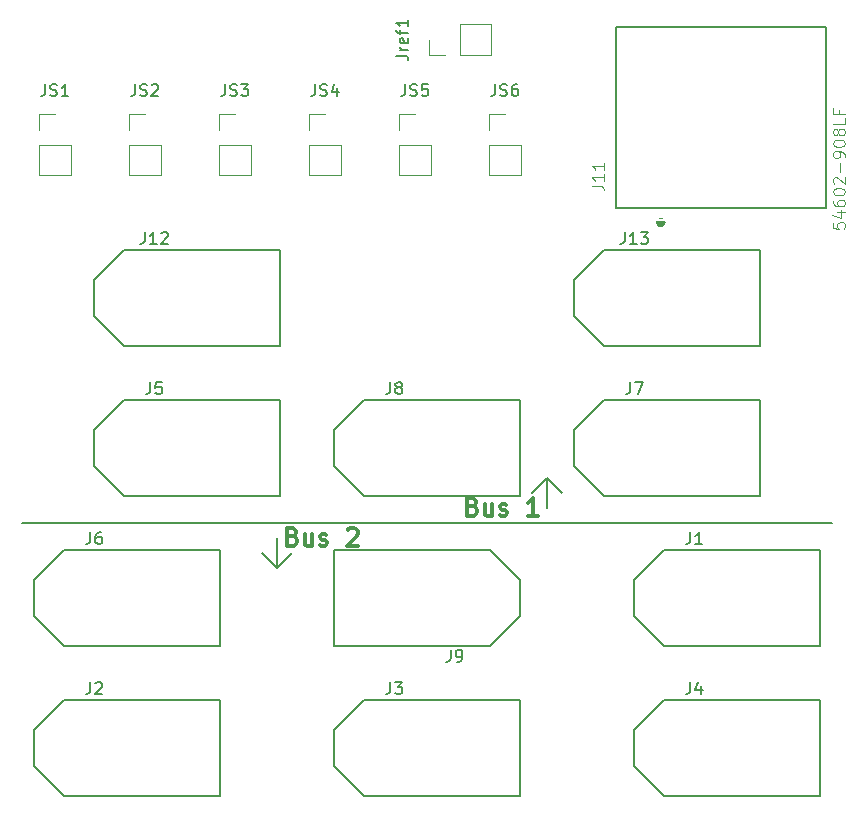
<source format=gbr>
G04 #@! TF.FileFunction,Legend,Top*
%FSLAX46Y46*%
G04 Gerber Fmt 4.6, Leading zero omitted, Abs format (unit mm)*
G04 Created by KiCad (PCBNEW 4.0.6) date 01/26/19 15:00:27*
%MOMM*%
%LPD*%
G01*
G04 APERTURE LIST*
%ADD10C,0.100000*%
%ADD11C,0.200000*%
%ADD12C,0.300000*%
%ADD13C,0.120000*%
%ADD14C,0.127000*%
%ADD15C,0.400000*%
%ADD16C,0.150000*%
%ADD17C,0.050000*%
%ADD18R,2.100000X2.100000*%
%ADD19O,2.100000X2.100000*%
%ADD20R,1.668000X1.668000*%
%ADD21C,1.668000*%
%ADD22C,3.600000*%
%ADD23C,6.115000*%
G04 APERTURE END LIST*
D10*
D11*
X130302000Y-110744000D02*
X129032000Y-109474000D01*
X130302000Y-110744000D02*
X131572000Y-109474000D01*
X130302000Y-108204000D02*
X130302000Y-110744000D01*
X153162000Y-103124000D02*
X154432000Y-104394000D01*
X153162000Y-103124000D02*
X151892000Y-104394000D01*
X153162000Y-105664000D02*
X153162000Y-103124000D01*
D12*
X146887715Y-105556857D02*
X147102001Y-105628286D01*
X147173429Y-105699714D01*
X147244858Y-105842571D01*
X147244858Y-106056857D01*
X147173429Y-106199714D01*
X147102001Y-106271143D01*
X146959143Y-106342571D01*
X146387715Y-106342571D01*
X146387715Y-104842571D01*
X146887715Y-104842571D01*
X147030572Y-104914000D01*
X147102001Y-104985429D01*
X147173429Y-105128286D01*
X147173429Y-105271143D01*
X147102001Y-105414000D01*
X147030572Y-105485429D01*
X146887715Y-105556857D01*
X146387715Y-105556857D01*
X148530572Y-105342571D02*
X148530572Y-106342571D01*
X147887715Y-105342571D02*
X147887715Y-106128286D01*
X147959143Y-106271143D01*
X148102001Y-106342571D01*
X148316286Y-106342571D01*
X148459143Y-106271143D01*
X148530572Y-106199714D01*
X149173429Y-106271143D02*
X149316286Y-106342571D01*
X149602001Y-106342571D01*
X149744858Y-106271143D01*
X149816286Y-106128286D01*
X149816286Y-106056857D01*
X149744858Y-105914000D01*
X149602001Y-105842571D01*
X149387715Y-105842571D01*
X149244858Y-105771143D01*
X149173429Y-105628286D01*
X149173429Y-105556857D01*
X149244858Y-105414000D01*
X149387715Y-105342571D01*
X149602001Y-105342571D01*
X149744858Y-105414000D01*
X152387715Y-106342571D02*
X151530572Y-106342571D01*
X151959144Y-106342571D02*
X151959144Y-104842571D01*
X151816287Y-105056857D01*
X151673429Y-105199714D01*
X151530572Y-105271143D01*
X131647715Y-108096857D02*
X131862001Y-108168286D01*
X131933429Y-108239714D01*
X132004858Y-108382571D01*
X132004858Y-108596857D01*
X131933429Y-108739714D01*
X131862001Y-108811143D01*
X131719143Y-108882571D01*
X131147715Y-108882571D01*
X131147715Y-107382571D01*
X131647715Y-107382571D01*
X131790572Y-107454000D01*
X131862001Y-107525429D01*
X131933429Y-107668286D01*
X131933429Y-107811143D01*
X131862001Y-107954000D01*
X131790572Y-108025429D01*
X131647715Y-108096857D01*
X131147715Y-108096857D01*
X133290572Y-107882571D02*
X133290572Y-108882571D01*
X132647715Y-107882571D02*
X132647715Y-108668286D01*
X132719143Y-108811143D01*
X132862001Y-108882571D01*
X133076286Y-108882571D01*
X133219143Y-108811143D01*
X133290572Y-108739714D01*
X133933429Y-108811143D02*
X134076286Y-108882571D01*
X134362001Y-108882571D01*
X134504858Y-108811143D01*
X134576286Y-108668286D01*
X134576286Y-108596857D01*
X134504858Y-108454000D01*
X134362001Y-108382571D01*
X134147715Y-108382571D01*
X134004858Y-108311143D01*
X133933429Y-108168286D01*
X133933429Y-108096857D01*
X134004858Y-107954000D01*
X134147715Y-107882571D01*
X134362001Y-107882571D01*
X134504858Y-107954000D01*
X136290572Y-107525429D02*
X136362001Y-107454000D01*
X136504858Y-107382571D01*
X136862001Y-107382571D01*
X137004858Y-107454000D01*
X137076287Y-107525429D01*
X137147715Y-107668286D01*
X137147715Y-107811143D01*
X137076287Y-108025429D01*
X136219144Y-108882571D01*
X137147715Y-108882571D01*
D11*
X177292000Y-106934000D02*
X108712000Y-106934000D01*
D13*
X148396000Y-67370000D02*
X148396000Y-64710000D01*
X145796000Y-67370000D02*
X148396000Y-67370000D01*
X145796000Y-64710000D02*
X148396000Y-64710000D01*
X145796000Y-67370000D02*
X145796000Y-64710000D01*
X144526000Y-67370000D02*
X143196000Y-67370000D01*
X143196000Y-67370000D02*
X143196000Y-66040000D01*
X110176000Y-77530000D02*
X112836000Y-77530000D01*
X110176000Y-74930000D02*
X110176000Y-77530000D01*
X112836000Y-74930000D02*
X112836000Y-77530000D01*
X110176000Y-74930000D02*
X112836000Y-74930000D01*
X110176000Y-73660000D02*
X110176000Y-72330000D01*
X110176000Y-72330000D02*
X111506000Y-72330000D01*
X117796000Y-77530000D02*
X120456000Y-77530000D01*
X117796000Y-74930000D02*
X117796000Y-77530000D01*
X120456000Y-74930000D02*
X120456000Y-77530000D01*
X117796000Y-74930000D02*
X120456000Y-74930000D01*
X117796000Y-73660000D02*
X117796000Y-72330000D01*
X117796000Y-72330000D02*
X119126000Y-72330000D01*
X125416000Y-77530000D02*
X128076000Y-77530000D01*
X125416000Y-74930000D02*
X125416000Y-77530000D01*
X128076000Y-74930000D02*
X128076000Y-77530000D01*
X125416000Y-74930000D02*
X128076000Y-74930000D01*
X125416000Y-73660000D02*
X125416000Y-72330000D01*
X125416000Y-72330000D02*
X126746000Y-72330000D01*
X133036000Y-77530000D02*
X135696000Y-77530000D01*
X133036000Y-74930000D02*
X133036000Y-77530000D01*
X135696000Y-74930000D02*
X135696000Y-77530000D01*
X133036000Y-74930000D02*
X135696000Y-74930000D01*
X133036000Y-73660000D02*
X133036000Y-72330000D01*
X133036000Y-72330000D02*
X134366000Y-72330000D01*
X140656000Y-77530000D02*
X143316000Y-77530000D01*
X140656000Y-74930000D02*
X140656000Y-77530000D01*
X143316000Y-74930000D02*
X143316000Y-77530000D01*
X140656000Y-74930000D02*
X143316000Y-74930000D01*
X140656000Y-73660000D02*
X140656000Y-72330000D01*
X140656000Y-72330000D02*
X141986000Y-72330000D01*
X148276000Y-77530000D02*
X150936000Y-77530000D01*
X148276000Y-74930000D02*
X148276000Y-77530000D01*
X150936000Y-74930000D02*
X150936000Y-77530000D01*
X148276000Y-74930000D02*
X150936000Y-74930000D01*
X148276000Y-73660000D02*
X148276000Y-72330000D01*
X148276000Y-72330000D02*
X149606000Y-72330000D01*
D14*
X176784000Y-80294000D02*
X159044000Y-80294000D01*
X159044000Y-80294000D02*
X159044000Y-64994000D01*
X159044000Y-64994000D02*
X176784000Y-64994000D01*
X176784000Y-64994000D02*
X176784000Y-80294000D01*
D15*
X163014000Y-81534000D02*
G75*
G03X163014000Y-81534000I-200000J0D01*
G01*
D16*
X148329650Y-117348000D02*
X135134350Y-117348000D01*
X150869650Y-114808000D02*
X148329650Y-117348000D01*
X150869650Y-111760000D02*
X150869650Y-114808000D01*
X148329650Y-109220000D02*
X150869650Y-111760000D01*
X135134350Y-109220000D02*
X148329650Y-109220000D01*
X135134350Y-109220000D02*
X135134350Y-117348000D01*
X176269650Y-117348000D02*
X176269650Y-109220000D01*
X163074350Y-109220000D02*
X176269650Y-109220000D01*
X160534350Y-111760000D02*
X163074350Y-109220000D01*
X160534350Y-114808000D02*
X160534350Y-111760000D01*
X163074350Y-117348000D02*
X160534350Y-114808000D01*
X176269650Y-117348000D02*
X163074350Y-117348000D01*
X125469650Y-130048000D02*
X125469650Y-121920000D01*
X112274350Y-121920000D02*
X125469650Y-121920000D01*
X109734350Y-124460000D02*
X112274350Y-121920000D01*
X109734350Y-127508000D02*
X109734350Y-124460000D01*
X112274350Y-130048000D02*
X109734350Y-127508000D01*
X125469650Y-130048000D02*
X112274350Y-130048000D01*
X150869650Y-130048000D02*
X150869650Y-121920000D01*
X137674350Y-121920000D02*
X150869650Y-121920000D01*
X135134350Y-124460000D02*
X137674350Y-121920000D01*
X135134350Y-127508000D02*
X135134350Y-124460000D01*
X137674350Y-130048000D02*
X135134350Y-127508000D01*
X150869650Y-130048000D02*
X137674350Y-130048000D01*
X176269650Y-130048000D02*
X176269650Y-121920000D01*
X163074350Y-121920000D02*
X176269650Y-121920000D01*
X160534350Y-124460000D02*
X163074350Y-121920000D01*
X160534350Y-127508000D02*
X160534350Y-124460000D01*
X163074350Y-130048000D02*
X160534350Y-127508000D01*
X176269650Y-130048000D02*
X163074350Y-130048000D01*
X130549650Y-104648000D02*
X130549650Y-96520000D01*
X117354350Y-96520000D02*
X130549650Y-96520000D01*
X114814350Y-99060000D02*
X117354350Y-96520000D01*
X114814350Y-102108000D02*
X114814350Y-99060000D01*
X117354350Y-104648000D02*
X114814350Y-102108000D01*
X130549650Y-104648000D02*
X117354350Y-104648000D01*
X125469650Y-117348000D02*
X125469650Y-109220000D01*
X112274350Y-109220000D02*
X125469650Y-109220000D01*
X109734350Y-111760000D02*
X112274350Y-109220000D01*
X109734350Y-114808000D02*
X109734350Y-111760000D01*
X112274350Y-117348000D02*
X109734350Y-114808000D01*
X125469650Y-117348000D02*
X112274350Y-117348000D01*
X171189650Y-104648000D02*
X171189650Y-96520000D01*
X157994350Y-96520000D02*
X171189650Y-96520000D01*
X155454350Y-99060000D02*
X157994350Y-96520000D01*
X155454350Y-102108000D02*
X155454350Y-99060000D01*
X157994350Y-104648000D02*
X155454350Y-102108000D01*
X171189650Y-104648000D02*
X157994350Y-104648000D01*
X150869650Y-104648000D02*
X150869650Y-96520000D01*
X137674350Y-96520000D02*
X150869650Y-96520000D01*
X135134350Y-99060000D02*
X137674350Y-96520000D01*
X135134350Y-102108000D02*
X135134350Y-99060000D01*
X137674350Y-104648000D02*
X135134350Y-102108000D01*
X150869650Y-104648000D02*
X137674350Y-104648000D01*
X130549650Y-91948000D02*
X130549650Y-83820000D01*
X117354350Y-83820000D02*
X130549650Y-83820000D01*
X114814350Y-86360000D02*
X117354350Y-83820000D01*
X114814350Y-89408000D02*
X114814350Y-86360000D01*
X117354350Y-91948000D02*
X114814350Y-89408000D01*
X130549650Y-91948000D02*
X117354350Y-91948000D01*
X171189650Y-91948000D02*
X171189650Y-83820000D01*
X157994350Y-83820000D02*
X171189650Y-83820000D01*
X155454350Y-86360000D02*
X157994350Y-83820000D01*
X155454350Y-89408000D02*
X155454350Y-86360000D01*
X157994350Y-91948000D02*
X155454350Y-89408000D01*
X171189650Y-91948000D02*
X157994350Y-91948000D01*
X140422381Y-67397143D02*
X141136667Y-67397143D01*
X141279524Y-67444763D01*
X141374762Y-67540001D01*
X141422381Y-67682858D01*
X141422381Y-67778096D01*
X141422381Y-66920953D02*
X140755714Y-66920953D01*
X140946190Y-66920953D02*
X140850952Y-66873334D01*
X140803333Y-66825715D01*
X140755714Y-66730477D01*
X140755714Y-66635238D01*
X141374762Y-65920952D02*
X141422381Y-66016190D01*
X141422381Y-66206667D01*
X141374762Y-66301905D01*
X141279524Y-66349524D01*
X140898571Y-66349524D01*
X140803333Y-66301905D01*
X140755714Y-66206667D01*
X140755714Y-66016190D01*
X140803333Y-65920952D01*
X140898571Y-65873333D01*
X140993810Y-65873333D01*
X141089048Y-66349524D01*
X140755714Y-65587619D02*
X140755714Y-65206667D01*
X141422381Y-65444762D02*
X140565238Y-65444762D01*
X140470000Y-65397143D01*
X140422381Y-65301905D01*
X140422381Y-65206667D01*
X141422381Y-64349523D02*
X141422381Y-64920952D01*
X141422381Y-64635238D02*
X140422381Y-64635238D01*
X140565238Y-64730476D01*
X140660476Y-64825714D01*
X140708095Y-64920952D01*
X110696477Y-69810381D02*
X110696477Y-70524667D01*
X110648857Y-70667524D01*
X110553619Y-70762762D01*
X110410762Y-70810381D01*
X110315524Y-70810381D01*
X111125048Y-70762762D02*
X111267905Y-70810381D01*
X111506001Y-70810381D01*
X111601239Y-70762762D01*
X111648858Y-70715143D01*
X111696477Y-70619905D01*
X111696477Y-70524667D01*
X111648858Y-70429429D01*
X111601239Y-70381810D01*
X111506001Y-70334190D01*
X111315524Y-70286571D01*
X111220286Y-70238952D01*
X111172667Y-70191333D01*
X111125048Y-70096095D01*
X111125048Y-70000857D01*
X111172667Y-69905619D01*
X111220286Y-69858000D01*
X111315524Y-69810381D01*
X111553620Y-69810381D01*
X111696477Y-69858000D01*
X112648858Y-70810381D02*
X112077429Y-70810381D01*
X112363143Y-70810381D02*
X112363143Y-69810381D01*
X112267905Y-69953238D01*
X112172667Y-70048476D01*
X112077429Y-70096095D01*
X118316477Y-69810381D02*
X118316477Y-70524667D01*
X118268857Y-70667524D01*
X118173619Y-70762762D01*
X118030762Y-70810381D01*
X117935524Y-70810381D01*
X118745048Y-70762762D02*
X118887905Y-70810381D01*
X119126001Y-70810381D01*
X119221239Y-70762762D01*
X119268858Y-70715143D01*
X119316477Y-70619905D01*
X119316477Y-70524667D01*
X119268858Y-70429429D01*
X119221239Y-70381810D01*
X119126001Y-70334190D01*
X118935524Y-70286571D01*
X118840286Y-70238952D01*
X118792667Y-70191333D01*
X118745048Y-70096095D01*
X118745048Y-70000857D01*
X118792667Y-69905619D01*
X118840286Y-69858000D01*
X118935524Y-69810381D01*
X119173620Y-69810381D01*
X119316477Y-69858000D01*
X119697429Y-69905619D02*
X119745048Y-69858000D01*
X119840286Y-69810381D01*
X120078382Y-69810381D01*
X120173620Y-69858000D01*
X120221239Y-69905619D01*
X120268858Y-70000857D01*
X120268858Y-70096095D01*
X120221239Y-70238952D01*
X119649810Y-70810381D01*
X120268858Y-70810381D01*
X125936477Y-69810381D02*
X125936477Y-70524667D01*
X125888857Y-70667524D01*
X125793619Y-70762762D01*
X125650762Y-70810381D01*
X125555524Y-70810381D01*
X126365048Y-70762762D02*
X126507905Y-70810381D01*
X126746001Y-70810381D01*
X126841239Y-70762762D01*
X126888858Y-70715143D01*
X126936477Y-70619905D01*
X126936477Y-70524667D01*
X126888858Y-70429429D01*
X126841239Y-70381810D01*
X126746001Y-70334190D01*
X126555524Y-70286571D01*
X126460286Y-70238952D01*
X126412667Y-70191333D01*
X126365048Y-70096095D01*
X126365048Y-70000857D01*
X126412667Y-69905619D01*
X126460286Y-69858000D01*
X126555524Y-69810381D01*
X126793620Y-69810381D01*
X126936477Y-69858000D01*
X127269810Y-69810381D02*
X127888858Y-69810381D01*
X127555524Y-70191333D01*
X127698382Y-70191333D01*
X127793620Y-70238952D01*
X127841239Y-70286571D01*
X127888858Y-70381810D01*
X127888858Y-70619905D01*
X127841239Y-70715143D01*
X127793620Y-70762762D01*
X127698382Y-70810381D01*
X127412667Y-70810381D01*
X127317429Y-70762762D01*
X127269810Y-70715143D01*
X133556477Y-69810381D02*
X133556477Y-70524667D01*
X133508857Y-70667524D01*
X133413619Y-70762762D01*
X133270762Y-70810381D01*
X133175524Y-70810381D01*
X133985048Y-70762762D02*
X134127905Y-70810381D01*
X134366001Y-70810381D01*
X134461239Y-70762762D01*
X134508858Y-70715143D01*
X134556477Y-70619905D01*
X134556477Y-70524667D01*
X134508858Y-70429429D01*
X134461239Y-70381810D01*
X134366001Y-70334190D01*
X134175524Y-70286571D01*
X134080286Y-70238952D01*
X134032667Y-70191333D01*
X133985048Y-70096095D01*
X133985048Y-70000857D01*
X134032667Y-69905619D01*
X134080286Y-69858000D01*
X134175524Y-69810381D01*
X134413620Y-69810381D01*
X134556477Y-69858000D01*
X135413620Y-70143714D02*
X135413620Y-70810381D01*
X135175524Y-69762762D02*
X134937429Y-70477048D01*
X135556477Y-70477048D01*
X141176477Y-69810381D02*
X141176477Y-70524667D01*
X141128857Y-70667524D01*
X141033619Y-70762762D01*
X140890762Y-70810381D01*
X140795524Y-70810381D01*
X141605048Y-70762762D02*
X141747905Y-70810381D01*
X141986001Y-70810381D01*
X142081239Y-70762762D01*
X142128858Y-70715143D01*
X142176477Y-70619905D01*
X142176477Y-70524667D01*
X142128858Y-70429429D01*
X142081239Y-70381810D01*
X141986001Y-70334190D01*
X141795524Y-70286571D01*
X141700286Y-70238952D01*
X141652667Y-70191333D01*
X141605048Y-70096095D01*
X141605048Y-70000857D01*
X141652667Y-69905619D01*
X141700286Y-69858000D01*
X141795524Y-69810381D01*
X142033620Y-69810381D01*
X142176477Y-69858000D01*
X143081239Y-69810381D02*
X142605048Y-69810381D01*
X142557429Y-70286571D01*
X142605048Y-70238952D01*
X142700286Y-70191333D01*
X142938382Y-70191333D01*
X143033620Y-70238952D01*
X143081239Y-70286571D01*
X143128858Y-70381810D01*
X143128858Y-70619905D01*
X143081239Y-70715143D01*
X143033620Y-70762762D01*
X142938382Y-70810381D01*
X142700286Y-70810381D01*
X142605048Y-70762762D01*
X142557429Y-70715143D01*
X148796477Y-69810381D02*
X148796477Y-70524667D01*
X148748857Y-70667524D01*
X148653619Y-70762762D01*
X148510762Y-70810381D01*
X148415524Y-70810381D01*
X149225048Y-70762762D02*
X149367905Y-70810381D01*
X149606001Y-70810381D01*
X149701239Y-70762762D01*
X149748858Y-70715143D01*
X149796477Y-70619905D01*
X149796477Y-70524667D01*
X149748858Y-70429429D01*
X149701239Y-70381810D01*
X149606001Y-70334190D01*
X149415524Y-70286571D01*
X149320286Y-70238952D01*
X149272667Y-70191333D01*
X149225048Y-70096095D01*
X149225048Y-70000857D01*
X149272667Y-69905619D01*
X149320286Y-69858000D01*
X149415524Y-69810381D01*
X149653620Y-69810381D01*
X149796477Y-69858000D01*
X150653620Y-69810381D02*
X150463143Y-69810381D01*
X150367905Y-69858000D01*
X150320286Y-69905619D01*
X150225048Y-70048476D01*
X150177429Y-70238952D01*
X150177429Y-70619905D01*
X150225048Y-70715143D01*
X150272667Y-70762762D01*
X150367905Y-70810381D01*
X150558382Y-70810381D01*
X150653620Y-70762762D01*
X150701239Y-70715143D01*
X150748858Y-70619905D01*
X150748858Y-70381810D01*
X150701239Y-70286571D01*
X150653620Y-70238952D01*
X150558382Y-70191333D01*
X150367905Y-70191333D01*
X150272667Y-70238952D01*
X150225048Y-70286571D01*
X150177429Y-70381810D01*
D17*
X156969205Y-78422659D02*
X157684633Y-78422659D01*
X157827719Y-78470355D01*
X157923110Y-78565745D01*
X157970805Y-78708831D01*
X157970805Y-78804221D01*
X157970805Y-77421059D02*
X157970805Y-77993402D01*
X157970805Y-77707231D02*
X156969205Y-77707231D01*
X157112290Y-77802621D01*
X157207681Y-77898012D01*
X157255376Y-77993402D01*
X157970805Y-76467154D02*
X157970805Y-77039497D01*
X157970805Y-76753326D02*
X156969205Y-76753326D01*
X157112290Y-76848716D01*
X157207681Y-76944107D01*
X157255376Y-77039497D01*
X177390789Y-81541093D02*
X177390789Y-82018207D01*
X177867903Y-82065918D01*
X177820191Y-82018207D01*
X177772480Y-81922784D01*
X177772480Y-81684227D01*
X177820191Y-81588804D01*
X177867903Y-81541093D01*
X177963326Y-81493381D01*
X178201883Y-81493381D01*
X178297306Y-81541093D01*
X178345017Y-81588804D01*
X178392729Y-81684227D01*
X178392729Y-81922784D01*
X178345017Y-82018207D01*
X178297306Y-82065918D01*
X177724769Y-80634575D02*
X178392729Y-80634575D01*
X177343077Y-80873132D02*
X178058749Y-81111689D01*
X178058749Y-80491441D01*
X177390789Y-79680346D02*
X177390789Y-79871192D01*
X177438500Y-79966615D01*
X177486211Y-80014326D01*
X177629346Y-80109749D01*
X177820191Y-80157460D01*
X178201883Y-80157460D01*
X178297306Y-80109749D01*
X178345017Y-80062037D01*
X178392729Y-79966615D01*
X178392729Y-79775769D01*
X178345017Y-79680346D01*
X178297306Y-79632635D01*
X178201883Y-79584923D01*
X177963326Y-79584923D01*
X177867903Y-79632635D01*
X177820191Y-79680346D01*
X177772480Y-79775769D01*
X177772480Y-79966615D01*
X177820191Y-80062037D01*
X177867903Y-80109749D01*
X177963326Y-80157460D01*
X177390789Y-78964674D02*
X177390789Y-78869251D01*
X177438500Y-78773828D01*
X177486211Y-78726117D01*
X177581634Y-78678406D01*
X177772480Y-78630694D01*
X178011037Y-78630694D01*
X178201883Y-78678406D01*
X178297306Y-78726117D01*
X178345017Y-78773828D01*
X178392729Y-78869251D01*
X178392729Y-78964674D01*
X178345017Y-79060097D01*
X178297306Y-79107808D01*
X178201883Y-79155520D01*
X178011037Y-79203231D01*
X177772480Y-79203231D01*
X177581634Y-79155520D01*
X177486211Y-79107808D01*
X177438500Y-79060097D01*
X177390789Y-78964674D01*
X177486211Y-78249002D02*
X177438500Y-78201291D01*
X177390789Y-78105868D01*
X177390789Y-77867311D01*
X177438500Y-77771888D01*
X177486211Y-77724177D01*
X177581634Y-77676465D01*
X177677057Y-77676465D01*
X177820191Y-77724177D01*
X178392729Y-78296714D01*
X178392729Y-77676465D01*
X178011037Y-77247062D02*
X178011037Y-76483679D01*
X178392729Y-75958853D02*
X178392729Y-75768008D01*
X178345017Y-75672585D01*
X178297306Y-75624873D01*
X178154171Y-75529451D01*
X177963326Y-75481739D01*
X177581634Y-75481739D01*
X177486211Y-75529451D01*
X177438500Y-75577162D01*
X177390789Y-75672585D01*
X177390789Y-75863431D01*
X177438500Y-75958853D01*
X177486211Y-76006565D01*
X177581634Y-76054276D01*
X177820191Y-76054276D01*
X177915614Y-76006565D01*
X177963326Y-75958853D01*
X178011037Y-75863431D01*
X178011037Y-75672585D01*
X177963326Y-75577162D01*
X177915614Y-75529451D01*
X177820191Y-75481739D01*
X177390789Y-74861490D02*
X177390789Y-74766067D01*
X177438500Y-74670644D01*
X177486211Y-74622933D01*
X177581634Y-74575222D01*
X177772480Y-74527510D01*
X178011037Y-74527510D01*
X178201883Y-74575222D01*
X178297306Y-74622933D01*
X178345017Y-74670644D01*
X178392729Y-74766067D01*
X178392729Y-74861490D01*
X178345017Y-74956913D01*
X178297306Y-75004624D01*
X178201883Y-75052336D01*
X178011037Y-75100047D01*
X177772480Y-75100047D01*
X177581634Y-75052336D01*
X177486211Y-75004624D01*
X177438500Y-74956913D01*
X177390789Y-74861490D01*
X177820191Y-73954973D02*
X177772480Y-74050395D01*
X177724769Y-74098107D01*
X177629346Y-74145818D01*
X177581634Y-74145818D01*
X177486211Y-74098107D01*
X177438500Y-74050395D01*
X177390789Y-73954973D01*
X177390789Y-73764127D01*
X177438500Y-73668704D01*
X177486211Y-73620993D01*
X177581634Y-73573281D01*
X177629346Y-73573281D01*
X177724769Y-73620993D01*
X177772480Y-73668704D01*
X177820191Y-73764127D01*
X177820191Y-73954973D01*
X177867903Y-74050395D01*
X177915614Y-74098107D01*
X178011037Y-74145818D01*
X178201883Y-74145818D01*
X178297306Y-74098107D01*
X178345017Y-74050395D01*
X178392729Y-73954973D01*
X178392729Y-73764127D01*
X178345017Y-73668704D01*
X178297306Y-73620993D01*
X178201883Y-73573281D01*
X178011037Y-73573281D01*
X177915614Y-73620993D01*
X177867903Y-73668704D01*
X177820191Y-73764127D01*
X178392729Y-72666764D02*
X178392729Y-73143878D01*
X177390789Y-73143878D01*
X177867903Y-71998804D02*
X177867903Y-72332784D01*
X178392729Y-72332784D02*
X177390789Y-72332784D01*
X177390789Y-71855670D01*
D16*
X145021667Y-117707381D02*
X145021667Y-118421667D01*
X144974047Y-118564524D01*
X144878809Y-118659762D01*
X144735952Y-118707381D01*
X144640714Y-118707381D01*
X145545476Y-118707381D02*
X145735952Y-118707381D01*
X145831191Y-118659762D01*
X145878810Y-118612143D01*
X145974048Y-118469286D01*
X146021667Y-118278810D01*
X146021667Y-117897857D01*
X145974048Y-117802619D01*
X145926429Y-117755000D01*
X145831191Y-117707381D01*
X145640714Y-117707381D01*
X145545476Y-117755000D01*
X145497857Y-117802619D01*
X145450238Y-117897857D01*
X145450238Y-118135952D01*
X145497857Y-118231190D01*
X145545476Y-118278810D01*
X145640714Y-118326429D01*
X145831191Y-118326429D01*
X145926429Y-118278810D01*
X145974048Y-118231190D01*
X146021667Y-118135952D01*
X165318667Y-107736381D02*
X165318667Y-108450667D01*
X165271047Y-108593524D01*
X165175809Y-108688762D01*
X165032952Y-108736381D01*
X164937714Y-108736381D01*
X166318667Y-108736381D02*
X165747238Y-108736381D01*
X166032952Y-108736381D02*
X166032952Y-107736381D01*
X165937714Y-107879238D01*
X165842476Y-107974476D01*
X165747238Y-108022095D01*
X114518667Y-120436381D02*
X114518667Y-121150667D01*
X114471047Y-121293524D01*
X114375809Y-121388762D01*
X114232952Y-121436381D01*
X114137714Y-121436381D01*
X114947238Y-120531619D02*
X114994857Y-120484000D01*
X115090095Y-120436381D01*
X115328191Y-120436381D01*
X115423429Y-120484000D01*
X115471048Y-120531619D01*
X115518667Y-120626857D01*
X115518667Y-120722095D01*
X115471048Y-120864952D01*
X114899619Y-121436381D01*
X115518667Y-121436381D01*
X139918667Y-120436381D02*
X139918667Y-121150667D01*
X139871047Y-121293524D01*
X139775809Y-121388762D01*
X139632952Y-121436381D01*
X139537714Y-121436381D01*
X140299619Y-120436381D02*
X140918667Y-120436381D01*
X140585333Y-120817333D01*
X140728191Y-120817333D01*
X140823429Y-120864952D01*
X140871048Y-120912571D01*
X140918667Y-121007810D01*
X140918667Y-121245905D01*
X140871048Y-121341143D01*
X140823429Y-121388762D01*
X140728191Y-121436381D01*
X140442476Y-121436381D01*
X140347238Y-121388762D01*
X140299619Y-121341143D01*
X165318667Y-120436381D02*
X165318667Y-121150667D01*
X165271047Y-121293524D01*
X165175809Y-121388762D01*
X165032952Y-121436381D01*
X164937714Y-121436381D01*
X166223429Y-120769714D02*
X166223429Y-121436381D01*
X165985333Y-120388762D02*
X165747238Y-121103048D01*
X166366286Y-121103048D01*
X119598667Y-95036381D02*
X119598667Y-95750667D01*
X119551047Y-95893524D01*
X119455809Y-95988762D01*
X119312952Y-96036381D01*
X119217714Y-96036381D01*
X120551048Y-95036381D02*
X120074857Y-95036381D01*
X120027238Y-95512571D01*
X120074857Y-95464952D01*
X120170095Y-95417333D01*
X120408191Y-95417333D01*
X120503429Y-95464952D01*
X120551048Y-95512571D01*
X120598667Y-95607810D01*
X120598667Y-95845905D01*
X120551048Y-95941143D01*
X120503429Y-95988762D01*
X120408191Y-96036381D01*
X120170095Y-96036381D01*
X120074857Y-95988762D01*
X120027238Y-95941143D01*
X114518667Y-107736381D02*
X114518667Y-108450667D01*
X114471047Y-108593524D01*
X114375809Y-108688762D01*
X114232952Y-108736381D01*
X114137714Y-108736381D01*
X115423429Y-107736381D02*
X115232952Y-107736381D01*
X115137714Y-107784000D01*
X115090095Y-107831619D01*
X114994857Y-107974476D01*
X114947238Y-108164952D01*
X114947238Y-108545905D01*
X114994857Y-108641143D01*
X115042476Y-108688762D01*
X115137714Y-108736381D01*
X115328191Y-108736381D01*
X115423429Y-108688762D01*
X115471048Y-108641143D01*
X115518667Y-108545905D01*
X115518667Y-108307810D01*
X115471048Y-108212571D01*
X115423429Y-108164952D01*
X115328191Y-108117333D01*
X115137714Y-108117333D01*
X115042476Y-108164952D01*
X114994857Y-108212571D01*
X114947238Y-108307810D01*
X160238667Y-95036381D02*
X160238667Y-95750667D01*
X160191047Y-95893524D01*
X160095809Y-95988762D01*
X159952952Y-96036381D01*
X159857714Y-96036381D01*
X160619619Y-95036381D02*
X161286286Y-95036381D01*
X160857714Y-96036381D01*
X139918667Y-95036381D02*
X139918667Y-95750667D01*
X139871047Y-95893524D01*
X139775809Y-95988762D01*
X139632952Y-96036381D01*
X139537714Y-96036381D01*
X140537714Y-95464952D02*
X140442476Y-95417333D01*
X140394857Y-95369714D01*
X140347238Y-95274476D01*
X140347238Y-95226857D01*
X140394857Y-95131619D01*
X140442476Y-95084000D01*
X140537714Y-95036381D01*
X140728191Y-95036381D01*
X140823429Y-95084000D01*
X140871048Y-95131619D01*
X140918667Y-95226857D01*
X140918667Y-95274476D01*
X140871048Y-95369714D01*
X140823429Y-95417333D01*
X140728191Y-95464952D01*
X140537714Y-95464952D01*
X140442476Y-95512571D01*
X140394857Y-95560190D01*
X140347238Y-95655429D01*
X140347238Y-95845905D01*
X140394857Y-95941143D01*
X140442476Y-95988762D01*
X140537714Y-96036381D01*
X140728191Y-96036381D01*
X140823429Y-95988762D01*
X140871048Y-95941143D01*
X140918667Y-95845905D01*
X140918667Y-95655429D01*
X140871048Y-95560190D01*
X140823429Y-95512571D01*
X140728191Y-95464952D01*
X119122477Y-82336381D02*
X119122477Y-83050667D01*
X119074857Y-83193524D01*
X118979619Y-83288762D01*
X118836762Y-83336381D01*
X118741524Y-83336381D01*
X120122477Y-83336381D02*
X119551048Y-83336381D01*
X119836762Y-83336381D02*
X119836762Y-82336381D01*
X119741524Y-82479238D01*
X119646286Y-82574476D01*
X119551048Y-82622095D01*
X120503429Y-82431619D02*
X120551048Y-82384000D01*
X120646286Y-82336381D01*
X120884382Y-82336381D01*
X120979620Y-82384000D01*
X121027239Y-82431619D01*
X121074858Y-82526857D01*
X121074858Y-82622095D01*
X121027239Y-82764952D01*
X120455810Y-83336381D01*
X121074858Y-83336381D01*
X159762477Y-82336381D02*
X159762477Y-83050667D01*
X159714857Y-83193524D01*
X159619619Y-83288762D01*
X159476762Y-83336381D01*
X159381524Y-83336381D01*
X160762477Y-83336381D02*
X160191048Y-83336381D01*
X160476762Y-83336381D02*
X160476762Y-82336381D01*
X160381524Y-82479238D01*
X160286286Y-82574476D01*
X160191048Y-82622095D01*
X161095810Y-82336381D02*
X161714858Y-82336381D01*
X161381524Y-82717333D01*
X161524382Y-82717333D01*
X161619620Y-82764952D01*
X161667239Y-82812571D01*
X161714858Y-82907810D01*
X161714858Y-83145905D01*
X161667239Y-83241143D01*
X161619620Y-83288762D01*
X161524382Y-83336381D01*
X161238667Y-83336381D01*
X161143429Y-83288762D01*
X161095810Y-83241143D01*
%LPC*%
D11*
X177292000Y-81280000D02*
X108712000Y-81280000D01*
D18*
X144526000Y-66040000D03*
D19*
X147066000Y-66040000D03*
D18*
X111506000Y-73660000D03*
D19*
X111506000Y-76200000D03*
D18*
X119126000Y-73660000D03*
D19*
X119126000Y-76200000D03*
D18*
X126746000Y-73660000D03*
D19*
X126746000Y-76200000D03*
D18*
X134366000Y-73660000D03*
D19*
X134366000Y-76200000D03*
D18*
X141986000Y-73660000D03*
D19*
X141986000Y-76200000D03*
D18*
X149606000Y-73660000D03*
D19*
X149606000Y-76200000D03*
D20*
X162814000Y-77089000D03*
D21*
X160274000Y-75819000D03*
X162814000Y-74549000D03*
X160274000Y-73279000D03*
X162814000Y-72009000D03*
X160274000Y-70739000D03*
X162814000Y-69469000D03*
X160274000Y-68199000D03*
D22*
X169164000Y-78359000D03*
X169164000Y-66929000D03*
D23*
X146361150Y-87884000D03*
X139490450Y-87884000D03*
X146361150Y-113284000D03*
X139490450Y-113284000D03*
X165042850Y-113284000D03*
X171913550Y-113284000D03*
X114242850Y-125984000D03*
X121113550Y-125984000D03*
X139642850Y-125984000D03*
X146513550Y-125984000D03*
X165042850Y-125984000D03*
X171913550Y-125984000D03*
X119322850Y-100584000D03*
X126193550Y-100584000D03*
X114242850Y-113284000D03*
X121113550Y-113284000D03*
X159962850Y-100584000D03*
X166833550Y-100584000D03*
X139642850Y-100584000D03*
X146513550Y-100584000D03*
X119322850Y-87884000D03*
X126193550Y-87884000D03*
X159962850Y-87884000D03*
X166833550Y-87884000D03*
M02*

</source>
